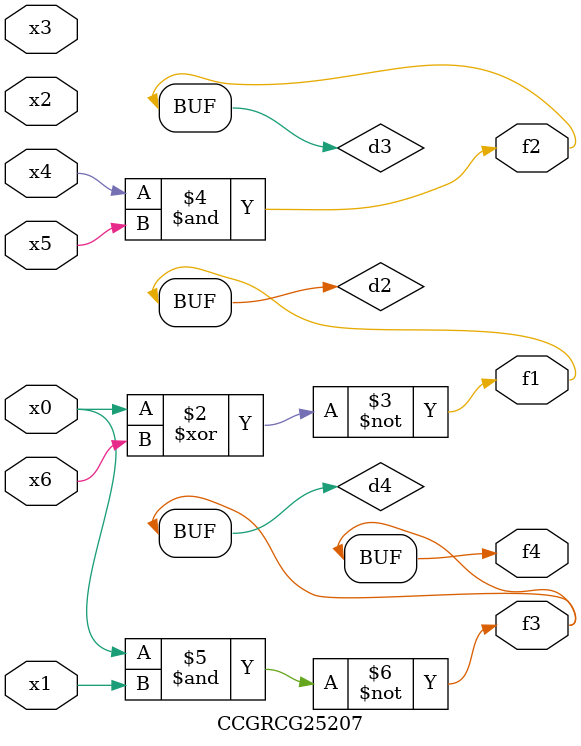
<source format=v>
module CCGRCG25207(
	input x0, x1, x2, x3, x4, x5, x6,
	output f1, f2, f3, f4
);

	wire d1, d2, d3, d4;

	nor (d1, x0);
	xnor (d2, x0, x6);
	and (d3, x4, x5);
	nand (d4, x0, x1);
	assign f1 = d2;
	assign f2 = d3;
	assign f3 = d4;
	assign f4 = d4;
endmodule

</source>
